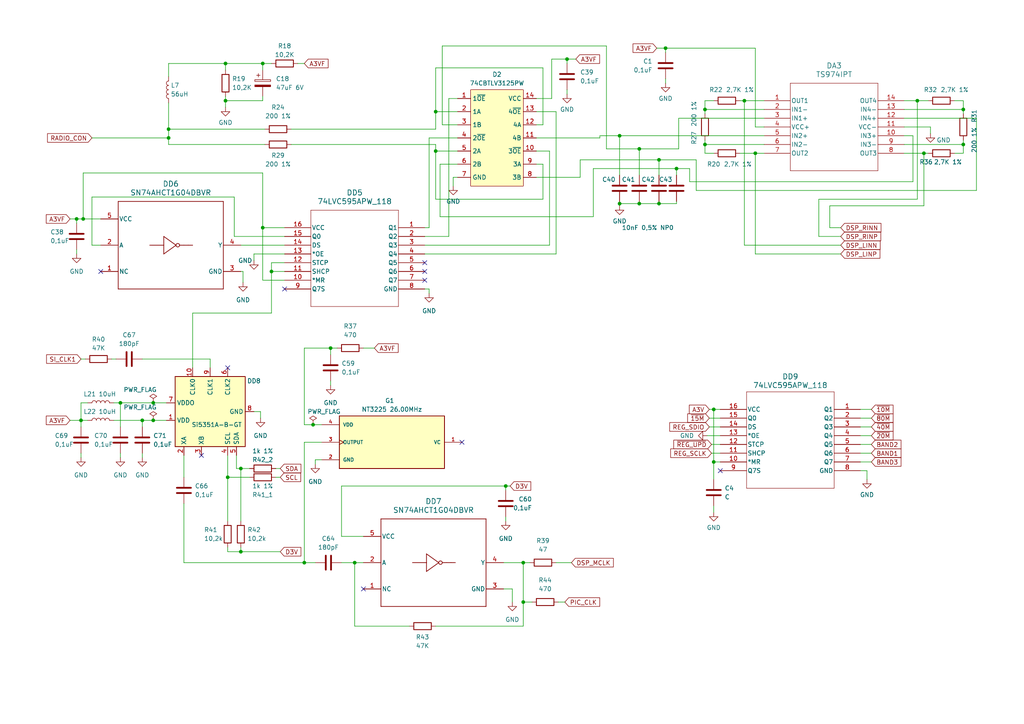
<source format=kicad_sch>
(kicad_sch (version 20230121) (generator eeschema)
  (paper "A4")
  (title_block (title "Belka DSP") (date "2023-11-16") (rev "0.0.2") (company "2ch"))
  (lib_symbols
    (symbol "2023-11-12_15-15-52:74LVC595APW_118" (pin_names (offset 0.254))
      (property "Reference" "U" (at 20.32 10.16 0))
      (property "Value" "74LVC595APW_118" (at 20.32 7.62 0))
      (symbol "74LVC595APW_118_0_1"
        (polyline (pts (xy 7.62 -22.86) (xy 33.02 -22.86)) (stroke (width 0.127)))
        (polyline (pts (xy 7.62 5.08) (xy 7.62 -22.86)) (stroke (width 0.127)))
        (polyline (pts (xy 33.02 -22.86) (xy 33.02 5.08)) (stroke (width 0.127)))
        (polyline (pts (xy 33.02 5.08) (xy 7.62 5.08)) (stroke (width 0.127)))
        (pin output line (at 0 0 0) (length 7.62) (name "Q1") (number "1"))
        (pin input line (at 40.64 -15.24 180) (length 7.62) (name "*MR") (number "10"))
        (pin input line (at 40.64 -12.7 180) (length 7.62) (name "SHCP") (number "11"))
        (pin input line (at 40.64 -10.16 180) (length 7.62) (name "STCP") (number "12"))
        (pin input line (at 40.64 -7.62 180) (length 7.62) (name "*OE") (number "13"))
        (pin input line (at 40.64 -5.08 180) (length 7.62) (name "DS") (number "14"))
        (pin output line (at 40.64 -2.54 180) (length 7.62) (name "Q0") (number "15"))
        (pin power_in line (at 40.64 0 180) (length 7.62) (name "VCC") (number "16"))
        (pin output line (at 0 -2.54 0) (length 7.62) (name "Q2") (number "2"))
        (pin output line (at 0 -5.08 0) (length 7.62) (name "Q3") (number "3"))
        (pin output line (at 0 -7.62 0) (length 7.62) (name "Q4") (number "4"))
        (pin output line (at 0 -10.16 0) (length 7.62) (name "Q5") (number "5"))
        (pin output line (at 0 -12.7 0) (length 7.62) (name "Q6") (number "6"))
        (pin output line (at 0 -15.24 0) (length 7.62) (name "Q7") (number "7"))
        (pin output line (at 40.64 -17.78 180) (length 7.62) (name "Q7S") (number "9"))
      )
      (symbol "74LVC595APW_118_1_1"
        (pin power_in line (at 0 -17.78 0) (length 7.62) (name "GND") (number "8"))
      )
    )
    (symbol "2023-11-14_10-49-56:TS974IPT" (pin_names (offset 0.254))
      (property "Reference" "U" (at 20.32 10.16 0))
      (property "Value" "TS974IPT" (at 20.32 7.62 0))
      (symbol "TS974IPT_0_1"
        (polyline (pts (xy 7.62 -20.32) (xy 33.02 -20.32)) (stroke (width 0.127)))
        (polyline (pts (xy 7.62 5.08) (xy 7.62 -20.32)) (stroke (width 0.127)))
        (polyline (pts (xy 33.02 -20.32) (xy 33.02 5.08)) (stroke (width 0.127)))
        (polyline (pts (xy 33.02 5.08) (xy 7.62 5.08)) (stroke (width 0.127)))
        (pin output line (at 0 0 0) (length 7.62) (name "OUT1") (number "1"))
        (pin input line (at 40.64 -10.16 180) (length 7.62) (name "IN3+") (number "10"))
        (pin power_in line (at 40.64 -7.62 180) (length 7.62) (name "VCC-") (number "11"))
        (pin input line (at 40.64 -5.08 180) (length 7.62) (name "IN4+") (number "12"))
        (pin input line (at 40.64 -2.54 180) (length 7.62) (name "IN4-") (number "13"))
        (pin output line (at 40.64 0 180) (length 7.62) (name "OUT4") (number "14"))
        (pin input line (at 0 -2.54 0) (length 7.62) (name "IN1-") (number "2"))
        (pin input line (at 0 -5.08 0) (length 7.62) (name "IN1+") (number "3"))
        (pin power_in line (at 0 -7.62 0) (length 7.62) (name "VCC+") (number "4"))
        (pin input line (at 0 -10.16 0) (length 7.62) (name "IN2+") (number "5"))
        (pin input line (at 0 -12.7 0) (length 7.62) (name "IN2-") (number "6"))
        (pin output line (at 0 -15.24 0) (length 7.62) (name "OUT2") (number "7"))
        (pin output line (at 40.64 -15.24 180) (length 7.62) (name "OUT3") (number "8"))
        (pin input line (at 40.64 -12.7 180) (length 7.62) (name "IN3-") (number "9"))
      )
    )
    (symbol "2023-11-14_15-52-01:SN74AHCT1G04DBVR" (pin_names (offset 0.254))
      (property "Reference" "U" (at 0 2.54 0))
      (property "Value" "SN74AHCT1G04DBVR" (at 0 0 0))
      (symbol "SN74AHCT1G04DBVR_0_1"
        (polyline (pts (xy -15.24 -12.7) (xy 15.24 -12.7)) (stroke (width 0.2032)))
        (polyline (pts (xy -15.24 12.7) (xy -15.24 -12.7)) (stroke (width 0.2032)))
        (polyline (pts (xy -6.096 0) (xy -2.032 0)) (stroke (width 0.2032)))
        (polyline (pts (xy -2.032 -2.54) (xy -2.032 0)) (stroke (width 0.2032)))
        (polyline (pts (xy -2.032 0) (xy -2.032 2.54)) (stroke (width 0.2032)))
        (polyline (pts (xy -2.032 2.54) (xy 1.524 0)) (stroke (width 0.2032)))
        (polyline (pts (xy 1.524 0) (xy -2.032 -2.54)) (stroke (width 0.2032)))
        (polyline (pts (xy 3.81 0) (xy 2.54 0)) (stroke (width 0.2032)))
        (polyline (pts (xy 3.81 0) (xy 5.08 0)) (stroke (width 0.2032)))
        (polyline (pts (xy 5.08 0) (xy 6.35 0)) (stroke (width 0.2032)))
        (polyline (pts (xy 15.24 -12.7) (xy 15.24 12.7)) (stroke (width 0.2032)))
        (polyline (pts (xy 15.24 12.7) (xy -15.24 12.7)) (stroke (width 0.2032)))
        (circle (center 2.032 0) (radius 0.508) (stroke (width 0.2032)))
        (pin unspecified line (at -20.32 -7.62 0) (length 5.08) (name "NC") (number "1"))
        (pin input line (at -20.32 0 0) (length 5.08) (name "A") (number "2"))
        (pin power_in line (at 20.32 -7.62 180) (length 5.08) (name "GND") (number "3"))
        (pin output line (at 20.32 0 180) (length 5.08) (name "Y") (number "4"))
        (pin power_in line (at -20.32 7.62 0) (length 5.08) (name "VCC") (number "5"))
      )
    )
    (symbol "ASVTX-09-13.00MHZ-T:ASVTX-09-13.00MHZ-T" (pin_names (offset 1.016))
      (property "Reference" "Y" (at -15.24 10.16 0))
      (property "Value" "ASVTX-09-13.00MHZ-T" (at -15.24 -10.16 0))
      (symbol "ASVTX-09-13.00MHZ-T_0_0"
        (rectangle (start -15.24 -7.62) (end 15.24 7.62) (stroke (width 0.254)) (fill (type background)))
        (pin input line (at -20.32 0 0) (length 5.08) (name "VC") (number "1"))
        (pin power_in line (at 20.32 -5.08 180) (length 5.08) (name "GND") (number "2"))
        (pin output clock (at 20.32 0 180) (length 5.08) (name "OUTPUT") (number "3"))
        (pin power_in line (at 20.32 5.08 180) (length 5.08) (name "VDD") (number "4"))
      )
    )
    (symbol "Custom_Symbols:74CBTLV3125PW"
      (property "Reference" "D" (at -1.27 16.51 0))
      (property "Value" "74CBTLV3125PW" (at 0 -16.51 0))
      (symbol "74CBTLV3125PW_1_1"
        (rectangle (start -7.62 13.97) (end 7.62 -13.97) (fill (type background)))
        (pin passive line (at -11.43 11.43 0) (length 3.81) (name "1~{OE}") (number "1"))
        (pin passive line (at 11.43 -3.81 180) (length 3.81) (name "3~{OE}") (number "10"))
        (pin passive line (at 11.43 0 180) (length 3.81) (name "4B") (number "11"))
        (pin passive line (at 11.43 3.81 180) (length 3.81) (name "4A") (number "12"))
        (pin passive line (at 11.43 7.62 180) (length 3.81) (name "4~{OE}") (number "13"))
        (pin power_in line (at 11.43 11.43 180) (length 3.81) (name "VCC") (number "14"))
        (pin passive line (at -11.43 7.62 0) (length 3.81) (name "1A") (number "2"))
        (pin passive line (at -11.43 3.81 0) (length 3.81) (name "1B") (number "3"))
        (pin passive line (at -11.43 0 0) (length 3.81) (name "2~{OE}") (number "4"))
        (pin passive line (at -11.43 -3.81 0) (length 3.81) (name "2A") (number "5"))
        (pin passive line (at -11.43 -7.62 0) (length 3.81) (name "2B") (number "6"))
        (pin power_in line (at -11.43 -11.43 0) (length 3.81) (name "GND") (number "7"))
        (pin passive line (at 11.43 -11.43 180) (length 3.81) (name "3B") (number "8"))
        (pin passive line (at 11.43 -7.62 180) (length 3.81) (name "3A") (number "9"))
      )
    )
    (symbol "Device:C" (pin_numbers hide) (pin_names (offset 0.254))
      (property "Reference" "C" (at 0.635 2.54 0))
      (property "Value" "C" (at 0.635 -2.54 0))
      (symbol "C_0_1"
        (polyline (pts (xy -2.032 -0.762) (xy 2.032 -0.762)) (stroke (width 0.508)))
        (polyline (pts (xy -2.032 0.762) (xy 2.032 0.762)) (stroke (width 0.508)))
      )
      (symbol "C_1_1"
        (pin passive line (at 0 3.81 270) (length 2.794) (name "~") (number "1"))
        (pin passive line (at 0 -3.81 90) (length 2.794) (name "~") (number "2"))
      )
    )
    (symbol "Device:C_Polarized" (pin_numbers hide) (pin_names (offset 0.254))
      (property "Reference" "C" (at 0.635 2.54 0))
      (property "Value" "C_Polarized" (at 0.635 -2.54 0))
      (symbol "C_Polarized_0_1"
        (rectangle (start -2.286 0.508) (end 2.286 1.016))
        (polyline (pts (xy -1.778 2.286) (xy -0.762 2.286)))
        (polyline (pts (xy -1.27 2.794) (xy -1.27 1.778)))
        (rectangle (start 2.286 -0.508) (end -2.286 -1.016) (fill (type outline)))
      )
      (symbol "C_Polarized_1_1"
        (pin passive line (at 0 3.81 270) (length 2.794) (name "~") (number "1"))
        (pin passive line (at 0 -3.81 90) (length 2.794) (name "~") (number "2"))
      )
    )
    (symbol "Device:L" (pin_numbers hide) (pin_names (offset 1.016) hide)
      (property "Reference" "L" (at -1.27 0 90))
      (property "Value" "L" (at 1.905 0 90))
      (symbol "L_0_1"
        (arc (start 0 -2.54) (mid 0.6323 -1.905) (end 0 -1.27))
        (arc (start 0 -1.27) (mid 0.6323 -0.635) (end 0 0))
        (arc (start 0 0) (mid 0.6323 0.635) (end 0 1.27))
        (arc (start 0 1.27) (mid 0.6323 1.905) (end 0 2.54))
      )
      (symbol "L_1_1"
        (pin passive line (at 0 3.81 270) (length 1.27) (name "1") (number "1"))
        (pin passive line (at 0 -3.81 90) (length 1.27) (name "2") (number "2"))
      )
    )
    (symbol "Device:R" (pin_numbers hide) (pin_names (offset 0))
      (property "Reference" "R" (at 2.032 0 90))
      (property "Value" "R" (at 0 0 90))
      (symbol "R_0_1"
        (rectangle (start -1.016 -2.54) (end 1.016 2.54) (stroke (width 0.254)))
      )
      (symbol "R_1_1"
        (pin passive line (at 0 3.81 270) (length 1.27) (name "~") (number "1"))
        (pin passive line (at 0 -3.81 90) (length 1.27) (name "~") (number "2"))
      )
    )
    (symbol "Oscillator:Si5351A-B-GT"
      (property "Reference" "U" (at -8.89 11.43 0))
      (property "Value" "Si5351A-B-GT" (at -12.7 -12.7 0))
      (symbol "Si5351A-B-GT_0_1"
        (rectangle (start -10.16 10.16) (end 10.16 -10.16) (stroke (width 0.254)) (fill (type background)))
      )
      (symbol "Si5351A-B-GT_1_1"
        (pin power_in line (at -2.54 12.7 270) (length 2.54) (name "VDD") (number "1"))
        (pin output line (at 12.7 5.08 180) (length 2.54) (name "CLK0") (number "10"))
        (pin input line (at -12.7 7.62 0) (length 2.54) (name "XA") (number "2"))
        (pin input line (at -12.7 2.54 0) (length 2.54) (name "XB") (number "3"))
        (pin input line (at -12.7 -5.08 0) (length 2.54) (name "SCL") (number "4"))
        (pin bidirectional line (at -12.7 -7.62 0) (length 2.54) (name "SDA") (number "5"))
        (pin output line (at 12.7 -5.08 180) (length 2.54) (name "CLK2") (number "6"))
        (pin power_in line (at 2.54 12.7 270) (length 2.54) (name "VDDO") (number "7"))
        (pin power_in line (at 0 -12.7 90) (length 2.54) (name "GND") (number "8"))
        (pin output line (at 12.7 0 180) (length 2.54) (name "CLK1") (number "9"))
      )
    )
    (symbol "power:GND" (power) (pin_names (offset 0))
      (property "Value" "GND" (at 0 -3.81 0))
      (symbol "GND_0_1"
        (polyline (pts (xy 0 0) (xy 0 -1.27) (xy 1.27 -1.27) (xy 0 -2.54) (xy -1.27 -1.27) (xy 0 -1.27)))
      )
      (symbol "GND_1_1"
        (pin power_in line (at 0 0 270) (length 0) hide (name "GND") (number "1"))
      )
    )
    (symbol "power:PWR_FLAG" (power) (pin_numbers hide) (pin_names (offset 0) hide)
      (property "Value" "PWR_FLAG" (at 0 3.81 0))
      (symbol "PWR_FLAG_0_0"
        (pin power_out line (at 0 0 90) (length 0) (name "pwr") (number "1"))
      )
      (symbol "PWR_FLAG_0_1"
        (polyline (pts (xy 0 0) (xy 0 1.27) (xy -1.016 1.905) (xy 0 2.54) (xy 1.016 1.905) (xy 0 1.27)))
      )
    )
  )
  (junction (at 266.065 29.21))
  (junction (at 204.47 41.91))
  (junction (at 179.705 59.055))
  (junction (at 151.765 174.625))
  (junction (at 102.87 163.195))
  (junction (at 69.85 135.89))
  (junction (at 88.265 163.195))
  (junction (at 185.42 59.055))
  (junction (at 204.47 31.75))
  (junction (at 69.85 160.02))
  (junction (at 65.405 29.21))
  (junction (at 78.74 78.74))
  (junction (at 279.4 41.91))
  (junction (at 48.895 40.005))
  (junction (at 196.215 48.895))
  (junction (at 48.895 37.465))
  (junction (at 185.42 43.18))
  (junction (at 179.705 39.37))
  (junction (at 207.01 133.985))
  (junction (at 191.135 46.355))
  (junction (at 146.685 140.97))
  (junction (at 66.04 138.43))
  (junction (at 151.765 163.195))
  (junction (at 95.885 100.965))
  (junction (at 44.45 121.92))
  (junction (at 23.495 121.92))
  (junction (at 219.075 44.45))
  (junction (at 215.9 29.21))
  (junction (at 126.365 43.815))
  (junction (at 34.925 116.84))
  (junction (at 207.01 118.745))
  (junction (at 76.2 18.415))
  (junction (at 22.225 63.5))
  (junction (at 164.465 17.145))
  (junction (at 279.4 31.75))
  (junction (at 76.2 66.04))
  (junction (at 126.365 32.385))
  (junction (at 65.405 18.415))
  (junction (at 24.13 63.5))
  (junction (at 90.805 123.19))
  (junction (at 44.45 116.84))
  (junction (at 267.97 44.45))
  (junction (at 191.135 59.055))
  (junction (at 41.275 121.92))
  (junction (at 193.04 13.97))
  (no_connect (at 82.55 83.82))
  (no_connect (at 133.985 128.27))
  (no_connect (at 105.41 170.815))
  (no_connect (at 123.19 76.2))
  (no_connect (at 58.42 132.08))
  (no_connect (at 29.21 78.74))
  (no_connect (at 66.04 106.68))
  (no_connect (at 208.915 136.525))
  (no_connect (at 123.19 81.28))
  (no_connect (at 123.19 78.74))
  (wire (pts (xy 240.665 59.69) (xy 240.665 66.04)))
  (wire (pts (xy 84.455 37.465) (xy 126.365 37.465)))
  (wire (pts (xy 126.365 19.685) (xy 126.365 32.385)))
  (wire (pts (xy 151.765 174.625) (xy 154.305 174.625)))
  (wire (pts (xy 48.895 18.415) (xy 65.405 18.415)))
  (wire (pts (xy 196.85 43.18) (xy 196.85 34.29)))
  (wire (pts (xy 179.705 59.055) (xy 179.705 59.69)))
  (wire (pts (xy 175.895 13.335) (xy 175.895 43.18)))
  (wire (pts (xy 126.365 181.61) (xy 151.765 181.61)))
  (wire (pts (xy 262.255 36.83) (xy 269.875 36.83)))
  (wire (pts (xy 76.835 37.465) (xy 48.895 37.465)))
  (wire (pts (xy 126.365 32.385) (xy 132.715 32.385)))
  (wire (pts (xy 102.87 163.195) (xy 105.41 163.195)))
  (wire (pts (xy 221.615 29.21) (xy 215.9 29.21)))
  (wire (pts (xy 204.47 44.45) (xy 207.01 44.45)))
  (wire (pts (xy 91.44 134.62) (xy 91.44 133.35)))
  (wire (pts (xy 262.255 31.75) (xy 279.4 31.75)))
  (wire (pts (xy 221.615 44.45) (xy 219.075 44.45)))
  (wire (pts (xy 132.715 36.195) (xy 128.27 36.195)))
  (wire (pts (xy 124.46 40.005) (xy 132.715 40.005)))
  (wire (pts (xy 175.895 43.18) (xy 185.42 43.18)))
  (wire (pts (xy 41.275 131.445) (xy 41.275 132.715)))
  (wire (pts (xy 191.135 59.055) (xy 196.215 59.055)))
  (wire (pts (xy 25.4 116.84) (xy 23.495 116.84)))
  (wire (pts (xy 48.895 41.91) (xy 48.895 40.005)))
  (wire (pts (xy 283.21 34.29) (xy 262.255 34.29)))
  (wire (pts (xy 219.075 13.97) (xy 193.04 13.97)))
  (wire (pts (xy 88.265 163.195) (xy 91.44 163.195)))
  (wire (pts (xy 88.265 100.965) (xy 95.885 100.965)))
  (wire (pts (xy 146.05 163.195) (xy 151.765 163.195)))
  (wire (pts (xy 279.4 31.75) (xy 279.4 33.02)))
  (wire (pts (xy 126.365 43.815) (xy 126.365 57.785)))
  (wire (pts (xy 214.63 44.45) (xy 219.075 44.45)))
  (wire (pts (xy 159.385 43.815) (xy 155.575 43.815)))
  (wire (pts (xy 279.4 40.64) (xy 279.4 41.91)))
  (wire (pts (xy 67.945 57.15) (xy 67.945 68.58)))
  (wire (pts (xy 205.74 121.285) (xy 208.915 121.285)))
  (wire (pts (xy 179.705 59.055) (xy 185.42 59.055)))
  (wire (pts (xy 204.47 41.91) (xy 204.47 44.45)))
  (wire (pts (xy 185.42 59.055) (xy 191.135 59.055)))
  (wire (pts (xy 159.385 43.815) (xy 159.385 71.12)))
  (wire (pts (xy 205.74 118.745) (xy 207.01 118.745)))
  (wire (pts (xy 151.765 163.195) (xy 151.765 174.625)))
  (wire (pts (xy 22.225 72.39) (xy 22.225 73.66)))
  (wire (pts (xy 66.04 160.02) (xy 69.85 160.02)))
  (wire (pts (xy 219.075 13.97) (xy 219.075 36.83)))
  (wire (pts (xy 48.895 29.845) (xy 48.895 37.465)))
  (wire (pts (xy 60.96 104.14) (xy 60.96 106.68)))
  (wire (pts (xy 76.2 18.415) (xy 76.2 20.32)))
  (wire (pts (xy 126.365 32.385) (xy 126.365 37.465)))
  (wire (pts (xy 67.945 68.58) (xy 82.55 68.58)))
  (wire (pts (xy 66.04 138.43) (xy 72.39 138.43)))
  (wire (pts (xy 53.34 163.195) (xy 88.265 163.195)))
  (wire (pts (xy 276.86 44.45) (xy 279.4 44.45)))
  (wire (pts (xy 283.21 55.245) (xy 283.21 34.29)))
  (wire (pts (xy 207.01 133.985) (xy 207.01 139.065)))
  (wire (pts (xy 23.495 121.92) (xy 23.495 123.825)))
  (wire (pts (xy 32.385 104.14) (xy 33.655 104.14)))
  (wire (pts (xy 76.835 41.91) (xy 48.895 41.91)))
  (wire (pts (xy 73.66 73.66) (xy 82.55 73.66)))
  (wire (pts (xy 131.445 51.435) (xy 131.445 53.975)))
  (wire (pts (xy 179.705 39.37) (xy 179.705 50.8)))
  (wire (pts (xy 65.405 27.94) (xy 65.405 29.21)))
  (wire (pts (xy 249.555 128.905) (xy 252.73 128.905)))
  (wire (pts (xy 148.59 170.815) (xy 148.59 174.625)))
  (wire (pts (xy 76.2 66.04) (xy 76.2 50.165)))
  (wire (pts (xy 264.795 39.37) (xy 262.255 39.37)))
  (wire (pts (xy 269.875 36.83) (xy 269.875 38.735)))
  (wire (pts (xy 147.955 140.97) (xy 146.685 140.97)))
  (wire (pts (xy 76.2 18.415) (xy 78.74 18.415)))
  (wire (pts (xy 105.41 100.965) (xy 108.585 100.965)))
  (wire (pts (xy 205.105 126.365) (xy 208.915 126.365)))
  (wire (pts (xy 126.365 43.815) (xy 126.365 41.91)))
  (wire (pts (xy 219.075 36.83) (xy 221.615 36.83)))
  (wire (pts (xy 26.67 57.15) (xy 67.945 57.15)))
  (wire (pts (xy 99.06 163.195) (xy 102.87 163.195)))
  (wire (pts (xy 99.06 155.575) (xy 105.41 155.575)))
  (wire (pts (xy 65.405 29.21) (xy 65.405 31.115)))
  (wire (pts (xy 249.555 123.825) (xy 252.73 123.825)))
  (wire (pts (xy 207.01 118.745) (xy 207.01 133.985)))
  (wire (pts (xy 160.02 28.575) (xy 155.575 28.575)))
  (wire (pts (xy 84.455 41.91) (xy 126.365 41.91)))
  (wire (pts (xy 22.225 63.5) (xy 24.13 63.5)))
  (wire (pts (xy 88.265 123.19) (xy 88.265 100.965)))
  (wire (pts (xy 201.93 46.355) (xy 201.93 55.245)))
  (wire (pts (xy 279.4 41.91) (xy 279.4 44.45)))
  (wire (pts (xy 266.065 29.21) (xy 269.24 29.21)))
  (wire (pts (xy 266.065 57.785) (xy 237.49 57.785)))
  (wire (pts (xy 70.485 81.915) (xy 70.485 78.74)))
  (wire (pts (xy 41.275 104.14) (xy 60.96 104.14)))
  (wire (pts (xy 55.88 90.805) (xy 78.74 90.805)))
  (wire (pts (xy 279.4 29.21) (xy 276.86 29.21)))
  (wire (pts (xy 76.2 50.165) (xy 24.13 50.165)))
  (wire (pts (xy 168.275 46.355) (xy 191.135 46.355)))
  (wire (pts (xy 132.715 47.625) (xy 127.635 47.625)))
  (wire (pts (xy 93.345 128.27) (xy 88.265 128.27)))
  (wire (pts (xy 65.405 29.21) (xy 76.2 29.21)))
  (wire (pts (xy 155.575 40.005) (xy 173.99 40.005)))
  (wire (pts (xy 128.27 36.195) (xy 128.27 13.335)))
  (wire (pts (xy 185.42 43.18) (xy 185.42 50.8)))
  (wire (pts (xy 267.97 44.45) (xy 267.97 59.69)))
  (wire (pts (xy 127.635 47.625) (xy 127.635 62.865)))
  (wire (pts (xy 164.465 17.145) (xy 164.465 18.415)))
  (wire (pts (xy 78.74 78.74) (xy 82.55 78.74)))
  (wire (pts (xy 66.04 158.75) (xy 66.04 160.02)))
  (wire (pts (xy 20.32 63.5) (xy 22.225 63.5)))
  (wire (pts (xy 68.58 132.08) (xy 68.58 135.89)))
  (wire (pts (xy 78.74 90.805) (xy 78.74 78.74)))
  (wire (pts (xy 24.13 50.165) (xy 24.13 63.5)))
  (wire (pts (xy 207.01 146.685) (xy 207.01 148.59)))
  (wire (pts (xy 279.4 31.75) (xy 279.4 29.21)))
  (wire (pts (xy 124.46 83.82) (xy 124.46 85.09)))
  (wire (pts (xy 191.135 46.355) (xy 201.93 46.355)))
  (wire (pts (xy 95.885 110.49) (xy 95.885 111.76)))
  (wire (pts (xy 249.555 126.365) (xy 252.73 126.365)))
  (wire (pts (xy 157.48 47.625) (xy 157.48 57.785)))
  (wire (pts (xy 191.135 46.355) (xy 191.135 50.8)))
  (wire (pts (xy 130.175 68.58) (xy 123.19 68.58)))
  (wire (pts (xy 160.02 17.145) (xy 164.465 17.145)))
  (wire (pts (xy 196.215 58.42) (xy 196.215 59.055)))
  (wire (pts (xy 68.58 135.89) (xy 69.85 135.89)))
  (wire (pts (xy 249.555 121.285) (xy 252.73 121.285)))
  (wire (pts (xy 204.47 41.91) (xy 221.615 41.91)))
  (wire (pts (xy 191.135 58.42) (xy 191.135 59.055)))
  (wire (pts (xy 93.345 123.19) (xy 90.805 123.19)))
  (wire (pts (xy 159.385 71.12) (xy 123.19 71.12)))
  (wire (pts (xy 207.01 118.745) (xy 208.915 118.745)))
  (wire (pts (xy 41.275 121.92) (xy 41.275 123.825)))
  (wire (pts (xy 214.63 29.21) (xy 215.9 29.21)))
  (wire (pts (xy 151.765 181.61) (xy 151.765 174.625)))
  (wire (pts (xy 23.495 131.445) (xy 23.495 132.715)))
  (wire (pts (xy 69.85 135.89) (xy 72.39 135.89)))
  (wire (pts (xy 73.66 75.565) (xy 73.66 73.66)))
  (wire (pts (xy 97.79 100.965) (xy 95.885 100.965)))
  (wire (pts (xy 196.215 48.895) (xy 196.215 50.8)))
  (wire (pts (xy 219.075 73.66) (xy 243.84 73.66)))
  (wire (pts (xy 267.97 59.69) (xy 240.665 59.69)))
  (wire (pts (xy 267.97 44.45) (xy 269.24 44.45)))
  (wire (pts (xy 185.42 43.18) (xy 196.85 43.18)))
  (wire (pts (xy 264.795 52.705) (xy 264.795 39.37)))
  (wire (pts (xy 146.685 149.86) (xy 146.685 151.13)))
  (wire (pts (xy 161.29 32.385) (xy 155.575 32.385)))
  (wire (pts (xy 26.67 40.005) (xy 48.895 40.005)))
  (wire (pts (xy 23.495 121.92) (xy 25.4 121.92)))
  (wire (pts (xy 76.2 27.94) (xy 76.2 29.21)))
  (wire (pts (xy 161.925 174.625) (xy 163.83 174.625)))
  (wire (pts (xy 99.06 140.97) (xy 99.06 155.575)))
  (wire (pts (xy 151.765 163.195) (xy 153.67 163.195)))
  (wire (pts (xy 124.46 66.04) (xy 124.46 40.005)))
  (wire (pts (xy 249.555 131.445) (xy 252.73 131.445)))
  (wire (pts (xy 86.36 18.415) (xy 88.265 18.415)))
  (wire (pts (xy 173.99 39.37) (xy 179.705 39.37)))
  (wire (pts (xy 251.46 136.525) (xy 251.46 139.065)))
  (wire (pts (xy 128.27 13.335) (xy 175.895 13.335)))
  (wire (pts (xy 73.66 119.38) (xy 75.565 119.38)))
  (wire (pts (xy 66.04 138.43) (xy 66.04 151.13)))
  (wire (pts (xy 41.275 121.92) (xy 44.45 121.92)))
  (wire (pts (xy 123.19 66.04) (xy 124.46 66.04)))
  (wire (pts (xy 102.87 181.61) (xy 102.87 163.195)))
  (wire (pts (xy 22.225 63.5) (xy 22.225 64.77)))
  (wire (pts (xy 240.665 66.04) (xy 243.84 66.04)))
  (wire (pts (xy 65.405 18.415) (xy 65.405 20.32)))
  (wire (pts (xy 179.705 58.42) (xy 179.705 59.055)))
  (wire (pts (xy 204.47 31.75) (xy 204.47 33.02)))
  (wire (pts (xy 196.85 34.29) (xy 221.615 34.29)))
  (wire (pts (xy 26.67 71.12) (xy 26.67 57.15)))
  (wire (pts (xy 172.085 62.865) (xy 172.085 48.895)))
  (wire (pts (xy 215.9 71.12) (xy 243.84 71.12)))
  (wire (pts (xy 34.925 116.84) (xy 34.925 123.825)))
  (wire (pts (xy 173.99 40.005) (xy 173.99 39.37)))
  (wire (pts (xy 179.705 39.37) (xy 221.615 39.37)))
  (wire (pts (xy 157.48 36.195) (xy 157.48 19.685)))
  (wire (pts (xy 34.925 131.445) (xy 34.925 132.715)))
  (wire (pts (xy 66.04 132.08) (xy 66.04 138.43)))
  (wire (pts (xy 207.01 133.985) (xy 208.915 133.985)))
  (wire (pts (xy 215.9 29.21) (xy 215.9 71.12)))
  (wire (pts (xy 130.175 28.575) (xy 130.175 68.58)))
  (wire (pts (xy 161.29 32.385) (xy 161.29 73.66)))
  (wire (pts (xy 157.48 57.785) (xy 126.365 57.785)))
  (wire (pts (xy 78.74 78.74) (xy 78.74 76.2)))
  (wire (pts (xy 34.925 116.84) (xy 44.45 116.84)))
  (wire (pts (xy 262.255 44.45) (xy 267.97 44.45)))
  (wire (pts (xy 200.025 52.705) (xy 264.795 52.705)))
  (wire (pts (xy 161.29 73.66) (xy 123.19 73.66)))
  (wire (pts (xy 237.49 68.58) (xy 243.84 68.58)))
  (wire (pts (xy 160.02 28.575) (xy 160.02 17.145)))
  (wire (pts (xy 33.02 116.84) (xy 34.925 116.84)))
  (wire (pts (xy 33.02 121.92) (xy 41.275 121.92)))
  (wire (pts (xy 155.575 47.625) (xy 157.48 47.625)))
  (wire (pts (xy 155.575 36.195) (xy 157.48 36.195)))
  (wire (pts (xy 157.48 19.685) (xy 126.365 19.685)))
  (wire (pts (xy 164.465 17.145) (xy 167.005 17.145)))
  (wire (pts (xy 193.04 13.97) (xy 190.5 13.97)))
  (wire (pts (xy 204.47 40.64) (xy 204.47 41.91)))
  (wire (pts (xy 76.2 81.28) (xy 76.2 66.04)))
  (wire (pts (xy 78.74 76.2) (xy 82.55 76.2)))
  (wire (pts (xy 249.555 133.985) (xy 252.73 133.985)))
  (wire (pts (xy 123.19 83.82) (xy 124.46 83.82)))
  (wire (pts (xy 53.34 146.05) (xy 53.34 163.195)))
  (wire (pts (xy 193.04 22.86) (xy 193.04 24.13)))
  (wire (pts (xy 219.075 44.45) (xy 219.075 73.66)))
  (wire (pts (xy 29.21 71.12) (xy 26.67 71.12)))
  (wire (pts (xy 249.555 118.745) (xy 252.73 118.745)))
  (wire (pts (xy 168.275 51.435) (xy 168.275 46.355)))
  (wire (pts (xy 201.93 55.245) (xy 283.21 55.245)))
  (wire (pts (xy 95.885 100.965) (xy 95.885 102.87)))
  (wire (pts (xy 55.88 106.68) (xy 55.88 90.805)))
  (wire (pts (xy 206.375 131.445) (xy 208.915 131.445)))
  (wire (pts (xy 204.47 31.75) (xy 221.615 31.75)))
  (wire (pts (xy 193.04 13.97) (xy 193.04 15.24)))
  (wire (pts (xy 146.685 140.97) (xy 146.685 142.24)))
  (wire (pts (xy 127.635 62.865) (xy 172.085 62.865)))
  (wire (pts (xy 155.575 51.435) (xy 168.275 51.435)))
  (wire (pts (xy 69.85 71.12) (xy 82.55 71.12)))
  (wire (pts (xy 88.265 128.27) (xy 88.265 163.195)))
  (wire (pts (xy 48.895 37.465) (xy 48.895 40.005)))
  (wire (pts (xy 82.55 81.28) (xy 76.2 81.28)))
  (wire (pts (xy 80.01 138.43) (xy 81.28 138.43)))
  (wire (pts (xy 70.485 78.74) (xy 69.85 78.74)))
  (wire (pts (xy 237.49 57.785) (xy 237.49 68.58)))
  (wire (pts (xy 185.42 58.42) (xy 185.42 59.055)))
  (wire (pts (xy 206.375 128.905) (xy 208.915 128.905)))
  (wire (pts (xy 48.895 18.415) (xy 48.895 22.225)))
  (wire (pts (xy 249.555 136.525) (xy 251.46 136.525)))
  (wire (pts (xy 130.175 28.575) (xy 132.715 28.575)))
  (wire (pts (xy 207.01 29.21) (xy 204.47 29.21)))
  (wire (pts (xy 44.45 116.84) (xy 48.26 116.84)))
  (wire (pts (xy 118.745 181.61) (xy 102.87 181.61)))
  (wire (pts (xy 262.255 41.91) (xy 279.4 41.91)))
  (wire (pts (xy 53.34 132.08) (xy 53.34 138.43)))
  (wire (pts (xy 90.805 123.19) (xy 88.265 123.19)))
  (wire (pts (xy 205.74 123.825) (xy 208.915 123.825)))
  (wire (pts (xy 44.45 121.92) (xy 48.26 121.92)))
  (wire (pts (xy 204.47 29.21) (xy 204.47 31.75)))
  (wire (pts (xy 24.13 63.5) (xy 29.21 63.5)))
  (wire (pts (xy 91.44 133.35) (xy 93.345 133.35)))
  (wire (pts (xy 69.85 160.02) (xy 81.28 160.02)))
  (wire (pts (xy 266.065 29.21) (xy 266.065 57.785)))
  (wire (pts (xy 132.715 51.435) (xy 131.445 51.435)))
  (wire (pts (xy 99.06 140.97) (xy 146.685 140.97)))
  (wire (pts (xy 146.05 170.815) (xy 148.59 170.815)))
  (wire (pts (xy 69.85 135.89) (xy 69.85 151.13)))
  (wire (pts (xy 164.465 26.035) (xy 164.465 27.305)))
  (wire (pts (xy 161.29 163.195) (xy 165.735 163.195)))
  (wire (pts (xy 200.025 48.895) (xy 200.025 52.705)))
  (wire (pts (xy 20.32 121.92) (xy 23.495 121.92)))
  (wire (pts (xy 23.495 104.14) (xy 24.765 104.14)))
  (wire (pts (xy 126.365 43.815) (xy 132.715 43.815)))
  (wire (pts (xy 262.255 29.21) (xy 266.065 29.21)))
  (wire (pts (xy 23.495 116.84) (xy 23.495 121.92)))
  (wire (pts (xy 65.405 18.415) (xy 76.2 18.415)))
  (wire (pts (xy 172.085 48.895) (xy 196.215 48.895)))
  (wire (pts (xy 196.215 48.895) (xy 200.025 48.895)))
  (wire (pts (xy 69.85 158.75) (xy 69.85 160.02)))
  (wire (pts (xy 80.01 135.89) (xy 81.28 135.89)))
  (wire (pts (xy 75.565 119.38) (xy 75.565 121.285)))
  (wire (pts (xy 82.55 66.04) (xy 76.2 66.04)))
  (global_label "A3VF" (shape input) (at 20.32 63.5 180) (property "Intersheetrefs" "${INTERSHEET_REFS}" (effects hide)))
  (global_label "SI_CLK1" (shape input) (at 23.495 104.14 180) (property "Intersheetrefs" "${INTERSHEET_REFS}" (effects hide)))
  (global_label "SDA" (shape input) (at 81.28 135.89 0) (property "Intersheetrefs" "${INTERSHEET_REFS}" (effects hide)))
  (global_label "~{15M}" (shape input) (at 205.74 121.285 180) (property "Intersheetrefs" "${INTERSHEET_REFS}" (effects hide)))
  (global_label "REG_SDIO" (shape input) (at 205.74 123.825 180) (property "Intersheetrefs" "${INTERSHEET_REFS}" (effects hide)))
  (global_label "DSP_LINN" (shape input) (at 243.84 71.12 0) (property "Intersheetrefs" "${INTERSHEET_REFS}" (effects hide)))
  (global_label "DSP_MCLK" (shape input) (at 165.735 163.195 0) (property "Intersheetrefs" "${INTERSHEET_REFS}" (effects hide)))
  (global_label "D3V" (shape input) (at 81.28 160.02 0) (property "Intersheetrefs" "${INTERSHEET_REFS}" (effects hide)))
  (global_label "DSP_RINP" (shape input) (at 243.84 68.58 0) (property "Intersheetrefs" "${INTERSHEET_REFS}" (effects hide)))
  (global_label "~{80M}" (shape input) (at 252.73 121.285 0) (property "Intersheetrefs" "${INTERSHEET_REFS}" (effects hide)))
  (global_label "BAND2" (shape input) (at 252.73 128.905 0) (property "Intersheetrefs" "${INTERSHEET_REFS}" (effects hide)))
  (global_label "BAND1" (shape input) (at 252.73 131.445 0) (property "Intersheetrefs" "${INTERSHEET_REFS}" (effects hide)))
  (global_label "BAND3" (shape input) (at 252.73 133.985 0) (property "Intersheetrefs" "${INTERSHEET_REFS}" (effects hide)))
  (global_label "~{10M}" (shape input) (at 252.73 118.745 0) (property "Intersheetrefs" "${INTERSHEET_REFS}" (effects hide)))
  (global_label "RADIO_CON" (shape input) (at 26.67 40.005 180) (property "Intersheetrefs" "${INTERSHEET_REFS}" (effects hide)))
  (global_label "DSP_LINP" (shape input) (at 243.84 73.66 0) (property "Intersheetrefs" "${INTERSHEET_REFS}" (effects hide)))
  (global_label "~{40M}" (shape input) (at 252.73 123.825 0) (property "Intersheetrefs" "${INTERSHEET_REFS}" (effects hide)))
  (global_label "REG_SCLK" (shape input) (at 206.375 131.445 180) (property "Intersheetrefs" "${INTERSHEET_REFS}" (effects hide)))
  (global_label "SCL" (shape input) (at 81.28 138.43 0) (property "Intersheetrefs" "${INTERSHEET_REFS}" (effects hide)))
  (global_label "~{20M}" (shape input) (at 252.73 126.365 0) (property "Intersheetrefs" "${INTERSHEET_REFS}" (effects hide)))
  (global_label "A3VF" (shape input) (at 190.5 13.97 180) (property "Intersheetrefs" "${INTERSHEET_REFS}" (effects hide)))
  (global_label "A3V" (shape input) (at 205.74 118.745 180) (property "Intersheetrefs" "${INTERSHEET_REFS}" (effects hide)))
  (global_label "D3V" (shape input) (at 147.955 140.97 0) (property "Intersheetrefs" "${INTERSHEET_REFS}" (effects hide)))
  (global_label "A3VF" (shape input) (at 108.585 100.965 0) (property "Intersheetrefs" "${INTERSHEET_REFS}" (effects hide)))
  (global_label "PIC_CLK" (shape input) (at 163.83 174.625 0) (property "Intersheetrefs" "${INTERSHEET_REFS}" (effects hide)))
  (global_label "A3VF" (shape input) (at 88.265 18.415 0) (property "Intersheetrefs" "${INTERSHEET_REFS}" (effects hide)))
  (global_label "A3VF" (shape input) (at 20.32 121.92 180) (property "Intersheetrefs" "${INTERSHEET_REFS}" (effects hide)))
  (global_label "DSP_RINN" (shape input) (at 243.84 66.04 0) (property "Intersheetrefs" "${INTERSHEET_REFS}" (effects hide)))
  (global_label "~{REG_UPD}" (shape input) (at 206.375 128.905 180) (property "Intersheetrefs" "${INTERSHEET_REFS}" (effects hide)))
  (global_label "A3VF" (shape input) (at 167.005 17.145 0) (property "Intersheetrefs" "${INTERSHEET_REFS}" (effects hide)))
  (symbol (lib_id "2023-11-12_15-15-52:74LVC595APW_118") (at 249.555 118.745 0) (mirror y) (unit 1)
    (property "Reference" "DD9" (at 229.235 109.22 0) (effects (font (size 1.524 1.524))))
    (property "Value" "74LVC595APW_118" (at 229.235 111.76 0) (effects (font (size 1.524 1.524))))
    (property "Footprint" "74LVC595APW:TSSOP16_SOT403-1_NXP_NEX" (effects hide))
    (property "Datasheet" "74LVC595APW_118" (effects hide))
  )
  (symbol (lib_id "power:GND") (at 22.225 73.66 0) (unit 1)
    (property "Reference" "#PWR046" (effects hide))
    (property "Value" "GND" (at 22.225 78.74 0))
  )
  (symbol (lib_id "Device:R") (at 210.82 29.21 90) (unit 1)
    (property "Reference" "R22" (at 207.645 26.035 90))
    (property "Value" "2,7K 1%" (at 214.63 26.035 90))
    (property "Footprint" "Resistor_SMD:R_0603_1608Metric_Pad0.98x0.95mm_HandSolder" (effects hide))
  )
  (symbol (lib_id "power:GND") (at 146.685 151.13 0) (mirror y) (unit 1)
    (property "Reference" "#PWR052" (effects hide))
    (property "Value" "GND" (at 146.685 156.21 0))
  )
  (symbol (lib_id "2023-11-14_15-52-01:SN74AHCT1G04DBVR") (at 49.53 71.12 0) (unit 1)
    (property "Reference" "DD6" (at 49.53 53.34 0) (effects (font (size 1.524 1.524))))
    (property "Value" "SN74AHCT1G04DBVR" (at 49.53 55.88 0) (effects (font (size 1.524 1.524))))
    (property "Footprint" "SN74AHCT1G04DBVR:DBV0005A_N" (effects hide))
    (property "Datasheet" "SN74AHCT1G04DBVR" (effects hide))
  )
  (symbol (lib_id "power:GND") (at 164.465 27.305 0) (unit 1)
    (property "Reference" "#PWR055" (effects hide))
    (property "Value" "GND" (at 164.465 31.75 0))
  )
  (symbol (lib_id "Custom_Symbols:74CBTLV3125PW") (at 144.145 40.005 0) (unit 1)
    (property "Reference" "D2" (at 144.145 21.59 0))
    (property "Value" "74CBTLV3125PW" (at 144.145 24.13 0))
    (property "Footprint" "Package_SO:TSSOP-14_4.4x5mm_P0.65mm" (effects hide))
    (instances (project "BelkaDSP" (path "" (reference "D2") (unit 1)) (path "" (reference "DD3") (unit 1))))
  )
  (symbol (lib_id "ASVTX-09-13.00MHZ-T:ASVTX-09-13.00MHZ-T") (at 113.665 128.27 0) (mirror y) (unit 1)
    (property "Reference" "G1" (at 113.03 116.205 0))
    (property "Value" "NT3225 26.00MHz" (at 113.665 118.745 0))
    (property "Footprint" "Crystal:Crystal_SMD_3225-4Pin_3.2x2.5mm" (effects hide))
    (property "MF" "Abracon LLC" (effects hide))
    (property "MAXIMUM_PACKAGE_HEIGHT" "1.50mm" (effects hide))
    (property "Package" "SMD-4 Abracon LLC" (effects hide))
    (property "Price" "None" (effects hide))
    (property "Check_prices" "https://www.snapeda.com/parts/ASVTX-09-13.00MHZ-T/Abracon+LLC/view-part/?ref=eda" (effects hide))
    (property "STANDARD" "Manufacturer Recommendations" (effects hide))
    (property "PARTREV" "01.15.2021" (effects hide))
    (property "SnapEDA_Link" "https://www.snapeda.com/parts/ASVTX-09-13.00MHZ-T/Abracon+LLC/view-part/?ref=snap" (effects hide))
    (property "MP" "ASVTX-09-13.00MHZ-T" (effects hide))
    (property "Purchase-URL" "https://www.snapeda.com/api/url_track_click_mouser/?unipart_id=2455068&manufacturer=Abracon LLC&part_name=ASVTX-09-13.00MHZ-T&search_term=None" (effects hide))
    (property "Description" "\n13 MHz VCTCXO Clipped Sine Wave Oscillator 3V 4-SMD, No Lead\n" (effects hide))
    (property "SNAPEDA_PN" "ASVTX-09-13.000MHZ-T" (effects hide))
    (property "Availability" "In Stock" (effects hide))
    (property "MANUFACTURER" "Abracon" (effects hide))
  )
  (symbol (lib_id "Device:C") (at 207.01 142.875 0) (unit 1)
    (property "Reference" "C4" (at 210.185 141.605 0) (effects (justify left)))
    (property "Value" "C" (at 210.185 144.145 0) (effects (justify left)))
    (property "Footprint" "Capacitor_SMD:C_0603_1608Metric_Pad1.08x0.95mm_HandSolder" (effects hide))
  )
  (symbol (lib_id "2023-11-14_10-49-56:TS974IPT") (at 221.615 29.21 0) (unit 1)
    (property "Reference" "DA3" (at 241.935 19.05 0) (effects (font (size 1.524 1.524))))
    (property "Value" "TS974IPT" (at 241.935 21.59 0) (effects (font (size 1.524 1.524))))
    (property "Footprint" "TS974IPT:TSSOP14_STM" (effects hide))
    (property "Datasheet" "TS974IPT" (effects hide))
  )
  (symbol (lib_id "Device:R") (at 273.05 29.21 90) (unit 1)
    (property "Reference" "R32" (at 269.875 26.035 90))
    (property "Value" "2,7K 1%" (at 276.86 26.035 90))
    (property "Footprint" "Resistor_SMD:R_0603_1608Metric_Pad0.98x0.95mm_HandSolder" (effects hide))
  )
  (symbol (lib_id "Device:C") (at 191.135 54.61 0) (unit 1)
    (property "Reference" "C42" (at 186.055 52.07 0) (effects (justify left)))
    (property "Value" "10nF 0,5% NP0" (effects hide))
    (property "Footprint" "Capacitor_SMD:C_0805_2012Metric_Pad1.18x1.45mm_HandSolder" (effects hide))
  )
  (symbol (lib_id "Device:C") (at 95.885 106.68 180) (unit 1)
    (property "Reference" "C59" (at 99.06 105.41 0) (effects (justify right)))
    (property "Value" "0,1uF" (at 99.06 107.95 0) (effects (justify right)))
    (property "Footprint" "Capacitor_SMD:C_0603_1608Metric_Pad1.08x0.95mm_HandSolder" (effects hide))
  )
  (symbol (lib_id "power:GND") (at 73.66 75.565 0) (unit 1)
    (property "Reference" "#PWR048" (effects hide))
    (property "Value" "GND" (at 71.12 75.565 0))
  )
  (symbol (lib_id "power:PWR_FLAG") (at 44.45 116.84 0) (unit 1)
    (property "Reference" "#FLG06" (effects hide))
    (property "Value" "PWR_FLAG" (at 40.64 113.03 0))
  )
  (symbol (lib_id "power:GND") (at 23.495 132.715 0) (unit 1)
    (property "Reference" "#PWR042" (effects hide))
    (property "Value" "GND" (at 23.495 137.795 0))
  )
  (symbol (lib_id "Device:L") (at 48.895 26.035 180) (unit 1)
    (property "Reference" "L7" (at 49.53 24.765 0) (effects (justify right)))
    (property "Value" "56uH" (at 49.53 27.305 0) (effects (justify right)))
    (property "Footprint" "Inductor_SMD:L_1210_3225Metric_Pad1.42x2.65mm_HandSolder" (effects hide))
  )
  (symbol (lib_id "Device:R") (at 122.555 181.61 270) (unit 1)
    (property "Reference" "R43" (at 122.555 184.785 90))
    (property "Value" "47K" (at 122.555 187.325 90))
    (property "Footprint" "Resistor_SMD:R_0603_1608Metric_Pad0.98x0.95mm_HandSolder" (effects hide))
  )
  (symbol (lib_id "power:GND") (at 41.275 132.715 0) (unit 1)
    (property "Reference" "#PWR044" (effects hide))
    (property "Value" "GND" (at 41.275 137.795 0))
  )
  (symbol (lib_id "Device:C") (at 22.225 68.58 180) (unit 1)
    (property "Reference" "C38" (at 14.605 67.31 0) (effects (justify right)))
    (property "Value" "0,1uF" (at 14.605 69.85 0) (effects (justify right)))
    (property "Footprint" "Capacitor_SMD:C_0603_1608Metric_Pad1.08x0.95mm_HandSolder" (effects hide))
  )
  (symbol (lib_id "Device:R") (at 279.4 36.83 0) (unit 1)
    (property "Reference" "R31" (at 282.575 33.655 90))
    (property "Value" "200 1%" (at 282.575 40.64 90))
    (property "Footprint" "Resistor_SMD:R_0603_1608Metric_Pad0.98x0.95mm_HandSolder" (effects hide))
  )
  (symbol (lib_id "Device:L") (at 29.21 116.84 90) (unit 1)
    (property "Reference" "L21" (at 26.035 114.3 90))
    (property "Value" "10uH" (at 31.115 114.3 90))
    (property "Footprint" "Inductor_SMD:L_0805_2012Metric_Pad1.05x1.20mm_HandSolder" (effects hide))
  )
  (symbol (lib_id "Device:C") (at 146.685 146.05 0) (mirror x) (unit 1)
    (property "Reference" "C60" (at 154.305 144.78 0) (effects (justify right)))
    (property "Value" "0,1uF" (at 154.305 147.32 0) (effects (justify right)))
    (property "Footprint" "Capacitor_SMD:C_0603_1608Metric_Pad1.08x0.95mm_HandSolder" (effects hide))
  )
  (symbol (lib_id "Device:C") (at 164.465 22.225 0) (unit 1)
    (property "Reference" "C39" (at 168.275 20.955 0) (effects (justify left)))
    (property "Value" "0,1uF" (at 168.275 23.495 0) (effects (justify left)))
    (property "Footprint" "Capacitor_SMD:C_0603_1608Metric_Pad1.08x0.95mm_HandSolder" (effects hide))
  )
  (symbol (lib_id "power:PWR_FLAG") (at 90.805 123.19 0) (unit 1)
    (property "Reference" "#FLG08" (effects hide))
    (property "Value" "PWR_FLAG" (at 93.98 119.38 0))
  )
  (symbol (lib_id "power:GND") (at 205.105 126.365 270) (unit 1)
    (property "Reference" "#PWR073" (effects hide))
    (property "Value" "GND" (at 201.295 126.365 90) (effects (justify right)))
  )
  (symbol (lib_id "Device:R") (at 28.575 104.14 90) (unit 1)
    (property "Reference" "R40" (at 28.575 98.425 90))
    (property "Value" "47K" (at 28.575 100.965 90))
    (property "Footprint" "Resistor_SMD:R_0603_1608Metric_Pad0.98x0.95mm_HandSolder" (effects hide))
  )
  (symbol (lib_id "power:GND") (at 95.885 111.76 0) (unit 1)
    (property "Reference" "#PWR051" (effects hide))
    (property "Value" "GND" (at 95.885 116.84 0))
  )
  (symbol (lib_id "power:GND") (at 65.405 31.115 0) (unit 1)
    (property "Reference" "#PWR054" (effects hide))
    (property "Value" "GND" (at 65.405 35.56 0))
  )
  (symbol (lib_id "Device:C") (at 34.925 127.635 180) (unit 1)
    (property "Reference" "C70" (at 27.305 126.365 0) (effects (justify right)))
    (property "Value" "0,1uF" (at 27.305 128.905 0) (effects (justify right)))
    (property "Footprint" "Capacitor_SMD:C_0603_1608Metric_Pad1.08x0.95mm_HandSolder" (effects hide))
  )
  (symbol (lib_id "Device:R") (at 204.47 36.83 180) (unit 1)
    (property "Reference" "R27" (at 201.295 40.005 90))
    (property "Value" "200 1%" (at 201.295 33.02 90))
    (property "Footprint" "Resistor_SMD:R_0603_1608Metric_Pad0.98x0.95mm_HandSolder" (effects hide))
  )
  (symbol (lib_id "power:GND") (at 91.44 134.62 0) (unit 1)
    (property "Reference" "#PWR050" (effects hide))
    (property "Value" "GND" (at 91.44 139.7 0))
  )
  (symbol (lib_id "Device:R") (at 82.55 18.415 90) (unit 1)
    (property "Reference" "R18" (at 82.55 13.335 90))
    (property "Value" "10,2K" (at 82.55 15.875 90))
    (property "Footprint" "Resistor_SMD:R_0603_1608Metric_Pad0.98x0.95mm_HandSolder" (effects hide))
  )
  (symbol (lib_id "Device:C") (at 179.705 54.61 0) (unit 1)
    (property "Reference" "C40" (at 174.625 52.07 0) (effects (justify left)))
    (property "Value" "10nF 0,5% NP0" (at 180.34 66.04 0) (effects (justify left)))
    (property "Footprint" "Capacitor_SMD:C_0805_2012Metric_Pad1.18x1.45mm_HandSolder" (effects hide))
  )
  (symbol (lib_id "Device:C") (at 193.04 19.05 0) (mirror y) (unit 1)
    (property "Reference" "C1" (at 189.23 17.78 0) (effects (justify left)))
    (property "Value" "0,1uF" (at 189.23 20.32 0) (effects (justify left)))
    (property "Footprint" "Capacitor_SMD:C_0603_1608Metric_Pad1.08x0.95mm_HandSolder" (effects hide))
  )
  (symbol (lib_id "Device:R") (at 66.04 154.94 0) (unit 1)
    (property "Reference" "R41" (at 59.182 153.67 0) (effects (justify left)))
    (property "Value" "10,2k" (at 59.182 156.21 0) (effects (justify left)))
    (property "Footprint" "Resistor_SMD:R_0603_1608Metric_Pad0.98x0.95mm_HandSolder" (effects hide))
  )
  (symbol (lib_id "power:GND") (at 251.46 139.065 0) (unit 1)
    (property "Reference" "#PWR074" (effects hide))
    (property "Value" "GND" (at 251.46 143.51 0))
  )
  (symbol (lib_id "Device:R") (at 76.2 135.89 90) (unit 1)
    (property "Reference" "R42_2" (at 79.248 133.35 90) (effects (justify left)))
    (property "Value" "1k 1%" (at 79.248 130.81 90) (effects (justify left)))
    (property "Footprint" "Resistor_SMD:R_0603_1608Metric_Pad0.98x0.95mm_HandSolder" (effects hide))
  )
  (symbol (lib_id "Device:L") (at 29.21 121.92 90) (unit 1)
    (property "Reference" "L22" (at 26.035 119.38 90))
    (property "Value" "10uH" (at 31.115 119.38 90))
    (property "Footprint" "Inductor_SMD:L_0805_2012Metric_Pad1.05x1.20mm_HandSolder" (effects hide))
  )
  (symbol (lib_id "power:GND") (at 148.59 174.625 0) (mirror y) (unit 1)
    (property "Reference" "#PWR053" (effects hide))
    (property "Value" "GND" (at 148.59 179.705 0))
  )
  (symbol (lib_id "Device:C") (at 23.495 127.635 180) (unit 1)
    (property "Reference" "C69" (at 15.875 126.365 0) (effects (justify right)))
    (property "Value" "0,1uF" (at 15.875 128.905 0) (effects (justify right)))
    (property "Footprint" "Capacitor_SMD:C_0603_1608Metric_Pad1.08x0.95mm_HandSolder" (effects hide))
  )
  (symbol (lib_id "Device:C") (at 95.25 163.195 270) (unit 1)
    (property "Reference" "C64" (at 95.25 156.21 90))
    (property "Value" "180pF" (at 95.25 158.75 90))
    (property "Footprint" "Capacitor_SMD:C_0603_1608Metric_Pad1.08x0.95mm_HandSolder" (effects hide))
  )
  (symbol (lib_id "Device:R") (at 210.82 44.45 90) (unit 1)
    (property "Reference" "R20" (at 207.01 47.625 90))
    (property "Value" "2,7K 1%" (at 213.995 47.625 90))
    (property "Footprint" "Resistor_SMD:R_0603_1608Metric_Pad0.98x0.95mm_HandSolder" (effects hide))
  )
  (symbol (lib_id "Device:C") (at 41.275 127.635 180) (unit 1)
    (property "Reference" "C71" (at 44.45 126.365 0) (effects (justify right)))
    (property "Value" "0,1uF" (at 44.45 128.905 0) (effects (justify right)))
    (property "Footprint" "Capacitor_SMD:C_0603_1608Metric_Pad1.08x0.95mm_HandSolder" (effects hide))
  )
  (symbol (lib_id "Device:R") (at 76.2 138.43 90) (unit 1)
    (property "Reference" "R41_1" (at 79.248 143.51 90) (effects (justify left)))
    (property "Value" "1k 1%" (at 79.248 140.97 90) (effects (justify left)))
    (property "Footprint" "Resistor_SMD:R_0603_1608Metric_Pad0.98x0.95mm_HandSolder" (effects hide))
  )
  (symbol (lib_id "Device:C") (at 196.215 54.61 0) (unit 1)
    (property "Reference" "C43" (at 191.135 52.07 0) (effects (justify left)))
    (property "Value" "10nF 0,5% NP0" (effects hide))
    (property "Footprint" "Capacitor_SMD:C_0805_2012Metric_Pad1.18x1.45mm_HandSolder" (effects hide))
  )
  (symbol (lib_id "power:GND") (at 131.445 53.975 0) (unit 1)
    (property "Reference" "#PWR056" (effects hide))
    (property "Value" "GND" (at 131.445 58.42 0))
  )
  (symbol (lib_id "Device:R") (at 273.05 44.45 90) (unit 1)
    (property "Reference" "R36" (at 268.605 46.99 90))
    (property "Value" "2,7K 1%" (at 274.955 46.99 90))
    (property "Footprint" "Resistor_SMD:R_0603_1608Metric_Pad0.98x0.95mm_HandSolder" (effects hide))
  )
  (symbol (lib_id "power:GND") (at 70.485 81.915 0) (unit 1)
    (property "Reference" "#PWR047" (effects hide))
    (property "Value" "GND" (at 70.485 86.995 0))
  )
  (symbol (lib_id "power:GND") (at 75.565 121.285 0) (unit 1)
    (property "Reference" "#PWR045" (effects hide))
    (property "Value" "GND" (at 75.565 126.365 0))
  )
  (symbol (lib_id "Device:R") (at 80.645 37.465 90) (unit 1)
    (property "Reference" "R24" (at 80.645 31.115 90))
    (property "Value" "200 1%" (at 80.645 33.655 90))
    (property "Footprint" "Resistor_SMD:R_0603_1608Metric_Pad0.98x0.95mm_HandSolder" (effects hide))
  )
  (symbol (lib_id "Device:R") (at 101.6 100.965 90) (unit 1)
    (property "Reference" "R37" (at 101.6 94.615 90))
    (property "Value" "470" (at 101.6 97.155 90))
    (property "Footprint" "Resistor_SMD:R_0603_1608Metric_Pad0.98x0.95mm_HandSolder" (effects hide))
  )
  (symbol (lib_id "power:GND") (at 124.46 85.09 0) (unit 1)
    (property "Reference" "#PWR049" (effects hide))
    (property "Value" "GND" (at 124.46 90.17 0))
  )
  (symbol (lib_id "power:GND") (at 34.925 132.715 0) (unit 1)
    (property "Reference" "#PWR043" (effects hide))
    (property "Value" "GND" (at 34.925 137.795 0))
  )
  (symbol (lib_id "power:GND") (at 207.01 148.59 0) (unit 1)
    (property "Reference" "#PWR072" (effects hide))
    (property "Value" "GND" (at 207.01 153.035 0))
  )
  (symbol (lib_id "Device:C") (at 53.34 142.24 180) (unit 1)
    (property "Reference" "C66" (at 56.515 140.97 0) (effects (justify right)))
    (property "Value" "0,1uF" (at 56.515 143.51 0) (effects (justify right)))
    (property "Footprint" "Capacitor_SMD:C_0603_1608Metric_Pad1.08x0.95mm_HandSolder" (effects hide))
  )
  (symbol (lib_id "Device:R") (at 158.115 174.625 270) (unit 1)
    (property "Reference" "R44" (at 158.115 168.275 90))
    (property "Value" "470" (at 158.115 170.815 90))
    (property "Footprint" "Resistor_SMD:R_0603_1608Metric_Pad0.98x0.95mm_HandSolder" (effects hide))
  )
  (symbol (lib_id "power:GND") (at 179.705 59.69 0) (unit 1)
    (property "Reference" "#PWR057" (effects hide))
    (property "Value" "GND" (at 179.705 64.135 0))
  )
  (symbol (lib_id "Device:R") (at 80.645 41.91 90) (unit 1)
    (property "Reference" "R29" (at 80.645 45.085 90))
    (property "Value" "200 1%" (at 80.645 47.625 90))
    (property "Footprint" "Resistor_SMD:R_0603_1608Metric_Pad0.98x0.95mm_HandSolder" (effects hide))
  )
  (symbol (lib_id "power:GND") (at 193.04 24.13 0) (mirror y) (unit 1)
    (property "Reference" "#PWR058" (effects hide))
    (property "Value" "GND" (at 193.04 28.575 0))
  )
  (symbol (lib_id "2023-11-12_15-15-52:74LVC595APW_118") (at 123.19 66.04 0) (mirror y) (unit 1)
    (property "Reference" "DD5" (at 102.87 55.88 0) (effects (font (size 1.524 1.524))))
    (property "Value" "74LVC595APW_118" (at 102.87 58.42 0) (effects (font (size 1.524 1.524))))
    (property "Footprint" "74LVC595APW:TSSOP16_SOT403-1_NXP_NEX" (effects hide))
    (property "Datasheet" "74LVC595APW_118" (effects hide))
  )
  (symbol (lib_id "Device:C") (at 185.42 54.61 0) (unit 1)
    (property "Reference" "C41" (at 180.34 52.07 0) (effects (justify left)))
    (property "Value" "10nF 0,5% NP0" (effects hide))
    (property "Footprint" "Capacitor_SMD:C_0805_2012Metric_Pad1.18x1.45mm_HandSolder" (effects hide))
  )
  (symbol (lib_id "Device:R") (at 65.405 24.13 0) (unit 1)
    (property "Reference" "R19" (at 67.31 22.86 0) (effects (justify left)))
    (property "Value" "10,2K" (at 67.31 25.4 0) (effects (justify left)))
    (property "Footprint" "Resistor_SMD:R_0603_1608Metric_Pad0.98x0.95mm_HandSolder" (effects hide))
  )
  (symbol (lib_id "Oscillator:Si5351A-B-GT") (at 60.96 119.38 90) (unit 1)
    (property "Reference" "DD8" (at 73.66 110.49 90))
    (property "Value" "Si5351A-B-GT" (at 62.865 123.19 90))
    (property "Footprint" "Package_SO:MSOP-10_3x3mm_P0.5mm" (effects hide))
    (property "Datasheet" "https://www.silabs.com/documents/public/data-sheets/Si5351-B.pdf" (effects hide))
  )
  (symbol (lib_id "power:PWR_FLAG") (at 44.45 121.92 0) (unit 1)
    (property "Reference" "#FLG07" (effects hide))
    (property "Value" "PWR_FLAG" (at 40.64 118.11 0))
  )
  (symbol (lib_id "2023-11-14_15-52-01:SN74AHCT1G04DBVR") (at 125.73 163.195 0) (unit 1)
    (property "Reference" "DD7" (at 125.73 145.415 0) (effects (font (size 1.524 1.524))))
    (property "Value" "SN74AHCT1G04DBVR" (at 125.73 147.955 0) (effects (font (size 1.524 1.524))))
    (property "Footprint" "SN74AHCT1G04DBVR:DBV0005A_N" (effects hide))
    (property "Datasheet" "SN74AHCT1G04DBVR" (effects hide))
  )
  (symbol (lib_id "Device:C_Polarized") (at 76.2 24.13 0) (unit 1)
    (property "Reference" "C18" (at 80.01 22.86 0) (effects (justify left)))
    (property "Value" "47uF 6V" (at 80.01 25.4 0) (effects (justify left)))
    (property "Footprint" "Capacitor_SMD:C_1210_3225Metric_Pad1.33x2.70mm_HandSolder" (effects hide))
  )
  (symbol (lib_id "Device:R") (at 157.48 163.195 270) (unit 1)
    (property "Reference" "R39" (at 157.48 156.845 90))
    (property "Value" "47" (at 157.48 159.385 90))
    (property "Footprint" "Resistor_SMD:R_0603_1608Metric_Pad0.98x0.95mm_HandSolder" (effects hide))
  )
  (symbol (lib_id "power:GND") (at 269.875 38.735 0) (mirror y) (unit 1)
    (property "Reference" "#PWR059" (effects hide))
    (property "Value" "GND" (at 273.685 40.64 0))
  )
  (symbol (lib_id "Device:C") (at 37.465 104.14 90) (unit 1)
    (property "Reference" "C67" (at 37.465 97.155 90))
    (property "Value" "180pF" (at 37.465 99.695 90))
    (property "Footprint" "Capacitor_SMD:C_0603_1608Metric_Pad1.08x0.95mm_HandSolder" (effects hide))
  )
  (symbol (lib_id "Device:R") (at 69.85 154.94 0) (unit 1)
    (property "Reference" "R42" (at 71.755 153.67 0) (effects (justify left)))
    (property "Value" "10,2k" (at 71.755 156.21 0) (effects (justify left)))
    (property "Footprint" "Resistor_SMD:R_0603_1608Metric_Pad0.98x0.95mm_HandSolder" (effects hide))
  )
)
</source>
